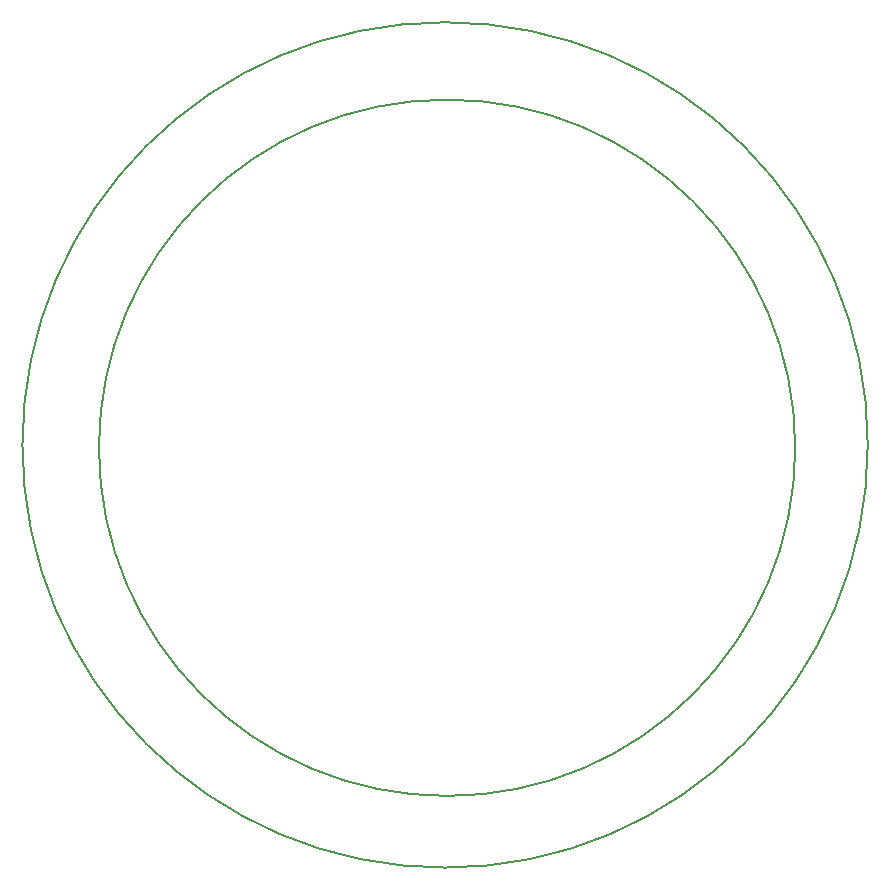
<source format=gbr>
%TF.GenerationSoftware,KiCad,Pcbnew,(6.0.4)*%
%TF.CreationDate,2022-06-17T20:48:29+08:00*%
%TF.ProjectId,WS2812_2020_60bit,57533238-3132-45f3-9230-32305f363062,rev?*%
%TF.SameCoordinates,Original*%
%TF.FileFunction,Profile,NP*%
%FSLAX46Y46*%
G04 Gerber Fmt 4.6, Leading zero omitted, Abs format (unit mm)*
G04 Created by KiCad (PCBNEW (6.0.4)) date 2022-06-17 20:48:29*
%MOMM*%
%LPD*%
G01*
G04 APERTURE LIST*
%TA.AperFunction,Profile*%
%ADD10C,0.200000*%
%TD*%
G04 APERTURE END LIST*
D10*
X260448344Y-77063200D02*
G75*
G03*
X260448344Y-77063200I-29475544J0D01*
G01*
X266589693Y-76823200D02*
G75*
G03*
X266589693Y-76823200I-35786893J0D01*
G01*
M02*

</source>
